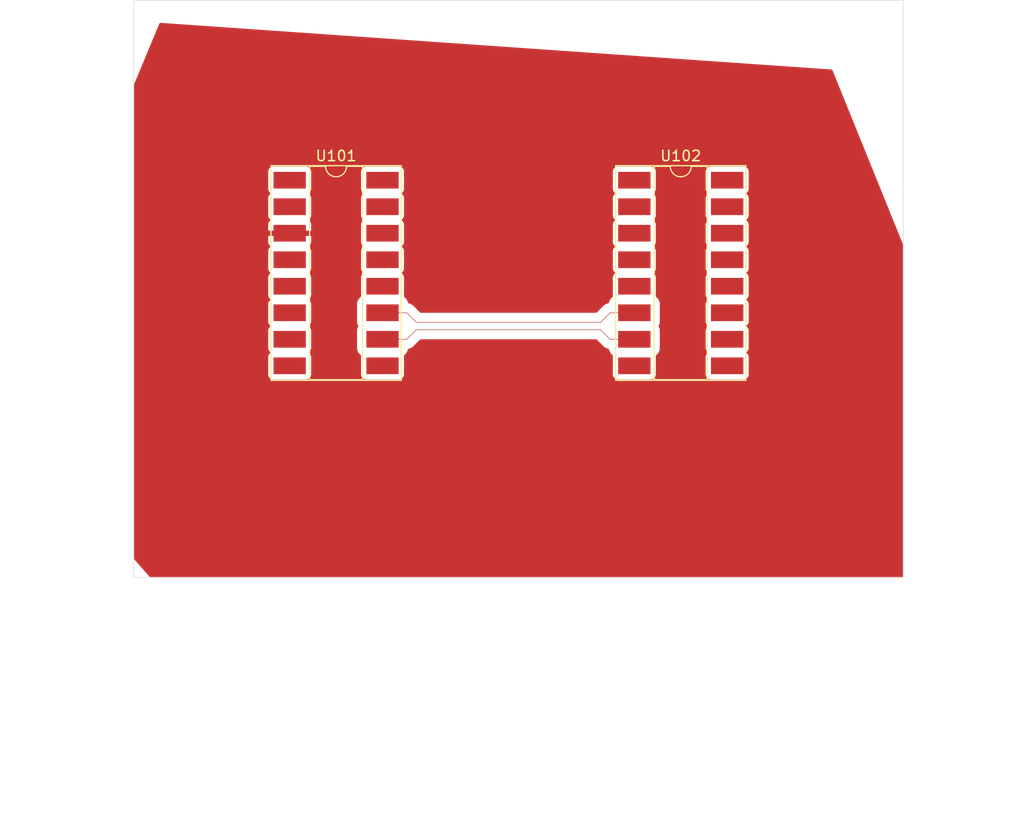
<source format=kicad_pcb>
(kicad_pcb (version 20230620) (generator pcbnew)
  (layers (0 "F.Cu" signal) (31 "B.Cu" signal) (34 "B.Paste" user) (35 "F.Paste" user) (36 "B.SilkS" user "B.Silkscreen") (37 "F.SilkS" user "F.Silkscreen") (38 "B.Mask" user) (39 "F.Mask" user) (44 "Edge.Cuts" user))
  (net 0 "")
  (net 4 "/asdf_N")
  (net 11 "unconnected-(U101-Pad3)")
  (net 21 "/asdf_P")
  (footprint "Package_DIP:DIP-16_W8.89mm_SMDSocket_LongPads" (layer "F.Cu") (at 94.6 60)
    (property "Reference" "U101" (at 0 -11.22 0) (layer "F.SilkS"))
    (property "Value" "4021")
    (fp_line (start -6.235 -10.28) (end -6.235 10.28) (stroke (width 0.12)) (layer "F.SilkS"))
    (fp_line (start -6.235 10.28) (end 6.235 10.28) (stroke (width 0.12)) (layer "F.SilkS"))
    (fp_line (start -2.535 -10.22) (end -2.535 10.22) (stroke (width 0.12)) (layer "F.SilkS"))
    (fp_line (start -2.535 10.22) (end 2.535 10.22) (stroke (width 0.12)) (layer "F.SilkS"))
    (fp_line (start -1 -10.22) (end -2.535 -10.22) (stroke (width 0.12)) (layer "F.SilkS"))
    (fp_line (start 2.535 -10.22) (end 1 -10.22) (stroke (width 0.12)) (layer "F.SilkS"))
    (fp_line (start 2.535 10.22) (end 2.535 -10.22) (stroke (width 0.12)) (layer "F.SilkS"))
    (fp_line (start 6.235 -10.28) (end -6.235 -10.28) (stroke (width 0.12)) (layer "F.SilkS"))
    (fp_line (start 6.235 10.28) (end 6.235 -10.28) (stroke (width 0.12)) (layer "F.SilkS"))
    (fp_arc (start 1 -10.22) (mid 0 -9.22) (end -1 -10.22) (stroke (width 0.12)) (layer "F.SilkS"))
    (pad "1" smd rect (at -4.445 -8.89) (size 3.1 1.6) (layers "F.Cu" "F.Paste" "F.Mask"))
    (pad "2" smd rect (at -4.445 -6.35) (size 3.1 1.6) (layers "F.Cu" "F.Paste" "F.Mask"))
    (pad "3" smd rect (at -4.445 -3.81) (size 3.1 1.6) (layers "F.Cu" "F.Paste" "F.Mask") (net 11 "unconnected-(U101-Pad3)"))
    (pad "4" smd rect (at -4.445 -1.27) (size 3.1 1.6) (layers "F.Cu" "F.Paste" "F.Mask"))
    (pad "5" smd rect (at -4.445 1.27) (size 3.1 1.6) (layers "F.Cu" "F.Paste" "F.Mask"))
    (pad "6" smd rect (at -4.445 3.81) (size 3.1 1.6) (layers "F.Cu" "F.Paste" "F.Mask"))
    (pad "7" smd rect (at -4.445 6.35) (size 3.1 1.6) (layers "F.Cu" "F.Paste" "F.Mask"))
    (pad "8" smd rect (at -4.445 8.89) (size 3.1 1.6) (layers "F.Cu" "F.Paste" "F.Mask"))
    (pad "9" smd rect (at 4.445 8.89) (size 3.1 1.6) (layers "F.Cu" "F.Paste" "F.Mask"))
    (pad "10" smd rect (at 4.445 6.35) (size 3.1 1.6) (layers "F.Cu" "F.Paste" "F.Mask") (net 21 "/asdf_P"))
    (pad "11" smd rect (at 4.445 3.81) (size 3.1 1.6) (layers "F.Cu" "F.Paste" "F.Mask") (net 4 "/asdf_N"))
    (pad "12" smd rect (at 4.445 1.27) (size 3.1 1.6) (layers "F.Cu" "F.Paste" "F.Mask"))
    (pad "13" smd rect (at 4.445 -1.27) (size 3.1 1.6) (layers "F.Cu" "F.Paste" "F.Mask"))
    (pad "14" smd rect (at 4.445 -3.81) (size 3.1 1.6) (layers "F.Cu" "F.Paste" "F.Mask"))
    (pad "15" smd rect (at 4.445 -6.35) (size 3.1 1.6) (layers "F.Cu" "F.Paste" "F.Mask"))
    (pad "16" smd rect (at 4.445 -8.89) (size 3.1 1.6) (layers "F.Cu" "F.Paste" "F.Mask"))
  )
  (footprint "Package_DIP:DIP-16_W8.89mm_SMDSocket_LongPads" (layer "F.Cu") (at 127.6 60)
    (property "Reference" "U102" (at 0 -11.22 0) (layer "F.SilkS"))
    (property "Value" "4021")
    (fp_line (start -6.235 -10.28) (end -6.235 10.28) (stroke (width 0.12)) (layer "F.SilkS"))
    (fp_line (start -6.235 10.28) (end 6.235 10.28) (stroke (width 0.12)) (layer "F.SilkS"))
    (fp_line (start -2.535 -10.22) (end -2.535 10.22) (stroke (width 0.12)) (layer "F.SilkS"))
    (fp_line (start -2.535 10.22) (end 2.535 10.22) (stroke (width 0.12)) (layer "F.SilkS"))
    (fp_line (start -1 -10.22) (end -2.535 -10.22) (stroke (width 0.12)) (layer "F.SilkS"))
    (fp_line (start 2.535 -10.22) (end 1 -10.22) (stroke (width 0.12)) (layer "F.SilkS"))
    (fp_line (start 2.535 10.22) (end 2.535 -10.22) (stroke (width 0.12)) (layer "F.SilkS"))
    (fp_line (start 6.235 -10.28) (end -6.235 -10.28) (stroke (width 0.12)) (layer "F.SilkS"))
    (fp_line (start 6.235 10.28) (end 6.235 -10.28) (stroke (width 0.12)) (layer "F.SilkS"))
    (fp_arc (start 1 -10.22) (mid 0 -9.22) (end -1 -10.22) (stroke (width 0.12)) (layer "F.SilkS"))
    (pad "1" smd rect (at -4.445 -8.89) (size 3.1 1.6) (layers "F.Cu" "F.Paste" "F.Mask"))
    (pad "2" smd rect (at -4.445 -6.35) (size 3.1 1.6) (layers "F.Cu" "F.Paste" "F.Mask"))
    (pad "3" smd rect (at -4.445 -3.81) (size 3.1 1.6) (layers "F.Cu" "F.Paste" "F.Mask"))
    (pad "4" smd rect (at -4.445 -1.27) (size 3.1 1.6) (layers "F.Cu" "F.Paste" "F.Mask"))
    (pad "5" smd rect (at -4.445 1.27) (size 3.1 1.6) (layers "F.Cu" "F.Paste" "F.Mask"))
    (pad "6" smd rect (at -4.445 3.81) (size 3.1 1.6) (layers "F.Cu" "F.Paste" "F.Mask") (net 4 "/asdf_N"))
    (pad "7" smd rect (at -4.445 6.35) (size 3.1 1.6) (layers "F.Cu" "F.Paste" "F.Mask") (net 21 "/asdf_P"))
    (pad "8" smd rect (at -4.445 8.89) (size 3.1 1.6) (layers "F.Cu" "F.Paste" "F.Mask"))
    (pad "9" smd rect (at 4.445 8.89) (size 3.1 1.6) (layers "F.Cu" "F.Paste" "F.Mask"))
    (pad "10" smd rect (at 4.445 6.35) (size 3.1 1.6) (layers "F.Cu" "F.Paste" "F.Mask"))
    (pad "11" smd rect (at 4.445 3.81) (size 3.1 1.6) (layers "F.Cu" "F.Paste" "F.Mask"))
    (pad "12" smd rect (at 4.445 1.27) (size 3.1 1.6) (layers "F.Cu" "F.Paste" "F.Mask"))
    (pad "13" smd rect (at 4.445 -1.27) (size 3.1 1.6) (layers "F.Cu" "F.Paste" "F.Mask"))
    (pad "14" smd rect (at 4.445 -3.81) (size 3.1 1.6) (layers "F.Cu" "F.Paste" "F.Mask"))
    (pad "15" smd rect (at 4.445 -6.35) (size 3.1 1.6) (layers "F.Cu" "F.Paste" "F.Mask"))
    (pad "16" smd rect (at 4.445 -8.89) (size 3.1 1.6) (layers "F.Cu" "F.Paste" "F.Mask"))
  )
  (gr_rect (start 75.23 33.87) (end 148.9 89.15) (stroke (width 0.05)) (fill none) (layer "Edge.Cuts"))
  (segment (start 101.370001 63.81) (end 102.282001 64.722) (width 0.05) (layer "F.Cu") (net 4))
  (segment (start 99.045 63.81) (end 101.370001 63.81) (width 0.05) (layer "F.Cu") (net 4))
  (segment (start 120.829999 63.81) (end 123.155 63.81) (width 0.05) (layer "F.Cu") (net 4))
  (segment (start 102.282001 64.722) (end 119.917999 64.722) (width 0.05) (layer "F.Cu") (net 4))
  (segment (start 119.917999 64.722) (end 120.829999 63.81) (width 0.05) (layer "F.Cu") (net 4))
  (segment (start 99.045 66.35) (end 101.370001 66.35) (width 0.05) (layer "F.Cu") (net 21))
  (segment (start 101.370001 66.35) (end 102.282001 65.438) (width 0.05) (layer "F.Cu") (net 21))
  (segment (start 120.829999 66.35) (end 123.155 66.35) (width 0.05) (layer "F.Cu") (net 21))
  (segment (start 119.917999 65.438) (end 120.829999 66.35) (width 0.05) (layer "F.Cu") (net 21))
  (segment (start 102.282001 65.438) (end 119.917999 65.438) (width 0.05) (layer "F.Cu") (net 21))
  (zone (net 11) (net_name "unconnected-(U101-Pad3)") (layer "F.Cu") (connect_pads (clearance 0.508)) (min_thickness 0.254) (fill yes (thermal_gap 0.508) (thermal_bridge_width 0.508))
    (polygon (pts (xy 142.1 40.51) (xy 160.48 85.91) (xy 97.78 113.09) (xy 62.42 72.78) (xy 77.71 36.03)))
  )
)
</source>
